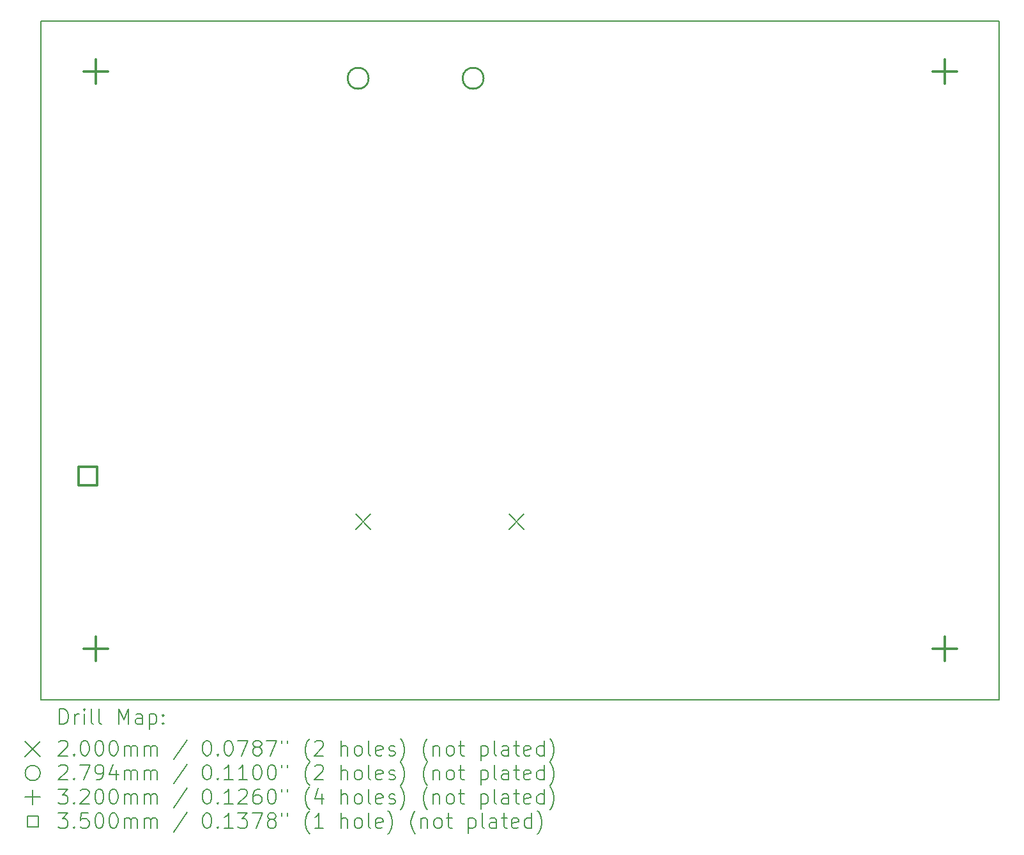
<source format=gbr>
%FSLAX45Y45*%
G04 Gerber Fmt 4.5, Leading zero omitted, Abs format (unit mm)*
G04 Created by KiCad (PCBNEW 6.0.2+dfsg-1) date 2024-03-10 18:31:01*
%MOMM*%
%LPD*%
G01*
G04 APERTURE LIST*
%TA.AperFunction,Profile*%
%ADD10C,0.200000*%
%TD*%
%ADD11C,0.200000*%
%ADD12C,0.279400*%
%ADD13C,0.320000*%
%ADD14C,0.350000*%
G04 APERTURE END LIST*
D10*
X3810000Y-2550160D02*
X16510000Y-2550160D01*
X16510000Y-2550160D02*
X16510000Y-11554460D01*
X16510000Y-11554460D02*
X3810000Y-11554460D01*
X3810000Y-11554460D02*
X3810000Y-2550160D01*
D11*
X7980000Y-9092000D02*
X8180000Y-9292000D01*
X8180000Y-9092000D02*
X7980000Y-9292000D01*
X10012000Y-9092000D02*
X10212000Y-9292000D01*
X10212000Y-9092000D02*
X10012000Y-9292000D01*
D12*
X8153400Y-3312160D02*
G75*
G03*
X8153400Y-3312160I-139700J0D01*
G01*
X9677400Y-3312160D02*
G75*
G03*
X9677400Y-3312160I-139700J0D01*
G01*
D13*
X4533900Y-3065800D02*
X4533900Y-3385800D01*
X4373900Y-3225800D02*
X4693900Y-3225800D01*
X4533900Y-10718820D02*
X4533900Y-11038820D01*
X4373900Y-10878820D02*
X4693900Y-10878820D01*
X15786100Y-3065800D02*
X15786100Y-3385800D01*
X15626100Y-3225800D02*
X15946100Y-3225800D01*
X15786100Y-10718820D02*
X15786100Y-11038820D01*
X15626100Y-10878820D02*
X15946100Y-10878820D01*
D14*
X4553505Y-8710265D02*
X4553505Y-8462775D01*
X4306015Y-8462775D01*
X4306015Y-8710265D01*
X4553505Y-8710265D01*
D11*
X4057619Y-11874936D02*
X4057619Y-11674936D01*
X4105238Y-11674936D01*
X4133809Y-11684460D01*
X4152857Y-11703508D01*
X4162381Y-11722555D01*
X4171905Y-11760650D01*
X4171905Y-11789222D01*
X4162381Y-11827317D01*
X4152857Y-11846365D01*
X4133809Y-11865412D01*
X4105238Y-11874936D01*
X4057619Y-11874936D01*
X4257619Y-11874936D02*
X4257619Y-11741603D01*
X4257619Y-11779698D02*
X4267143Y-11760650D01*
X4276667Y-11751127D01*
X4295714Y-11741603D01*
X4314762Y-11741603D01*
X4381429Y-11874936D02*
X4381429Y-11741603D01*
X4381429Y-11674936D02*
X4371905Y-11684460D01*
X4381429Y-11693984D01*
X4390952Y-11684460D01*
X4381429Y-11674936D01*
X4381429Y-11693984D01*
X4505238Y-11874936D02*
X4486190Y-11865412D01*
X4476667Y-11846365D01*
X4476667Y-11674936D01*
X4610000Y-11874936D02*
X4590952Y-11865412D01*
X4581429Y-11846365D01*
X4581429Y-11674936D01*
X4838571Y-11874936D02*
X4838571Y-11674936D01*
X4905238Y-11817793D01*
X4971905Y-11674936D01*
X4971905Y-11874936D01*
X5152857Y-11874936D02*
X5152857Y-11770174D01*
X5143333Y-11751127D01*
X5124286Y-11741603D01*
X5086190Y-11741603D01*
X5067143Y-11751127D01*
X5152857Y-11865412D02*
X5133810Y-11874936D01*
X5086190Y-11874936D01*
X5067143Y-11865412D01*
X5057619Y-11846365D01*
X5057619Y-11827317D01*
X5067143Y-11808269D01*
X5086190Y-11798746D01*
X5133810Y-11798746D01*
X5152857Y-11789222D01*
X5248095Y-11741603D02*
X5248095Y-11941603D01*
X5248095Y-11751127D02*
X5267143Y-11741603D01*
X5305238Y-11741603D01*
X5324286Y-11751127D01*
X5333810Y-11760650D01*
X5343333Y-11779698D01*
X5343333Y-11836841D01*
X5333810Y-11855888D01*
X5324286Y-11865412D01*
X5305238Y-11874936D01*
X5267143Y-11874936D01*
X5248095Y-11865412D01*
X5429048Y-11855888D02*
X5438571Y-11865412D01*
X5429048Y-11874936D01*
X5419524Y-11865412D01*
X5429048Y-11855888D01*
X5429048Y-11874936D01*
X5429048Y-11751127D02*
X5438571Y-11760650D01*
X5429048Y-11770174D01*
X5419524Y-11760650D01*
X5429048Y-11751127D01*
X5429048Y-11770174D01*
X3600000Y-12104460D02*
X3800000Y-12304460D01*
X3800000Y-12104460D02*
X3600000Y-12304460D01*
X4048095Y-12113984D02*
X4057619Y-12104460D01*
X4076667Y-12094936D01*
X4124286Y-12094936D01*
X4143333Y-12104460D01*
X4152857Y-12113984D01*
X4162381Y-12133031D01*
X4162381Y-12152079D01*
X4152857Y-12180650D01*
X4038571Y-12294936D01*
X4162381Y-12294936D01*
X4248095Y-12275888D02*
X4257619Y-12285412D01*
X4248095Y-12294936D01*
X4238571Y-12285412D01*
X4248095Y-12275888D01*
X4248095Y-12294936D01*
X4381429Y-12094936D02*
X4400476Y-12094936D01*
X4419524Y-12104460D01*
X4429048Y-12113984D01*
X4438571Y-12133031D01*
X4448095Y-12171127D01*
X4448095Y-12218746D01*
X4438571Y-12256841D01*
X4429048Y-12275888D01*
X4419524Y-12285412D01*
X4400476Y-12294936D01*
X4381429Y-12294936D01*
X4362381Y-12285412D01*
X4352857Y-12275888D01*
X4343333Y-12256841D01*
X4333810Y-12218746D01*
X4333810Y-12171127D01*
X4343333Y-12133031D01*
X4352857Y-12113984D01*
X4362381Y-12104460D01*
X4381429Y-12094936D01*
X4571905Y-12094936D02*
X4590952Y-12094936D01*
X4610000Y-12104460D01*
X4619524Y-12113984D01*
X4629048Y-12133031D01*
X4638571Y-12171127D01*
X4638571Y-12218746D01*
X4629048Y-12256841D01*
X4619524Y-12275888D01*
X4610000Y-12285412D01*
X4590952Y-12294936D01*
X4571905Y-12294936D01*
X4552857Y-12285412D01*
X4543333Y-12275888D01*
X4533810Y-12256841D01*
X4524286Y-12218746D01*
X4524286Y-12171127D01*
X4533810Y-12133031D01*
X4543333Y-12113984D01*
X4552857Y-12104460D01*
X4571905Y-12094936D01*
X4762381Y-12094936D02*
X4781429Y-12094936D01*
X4800476Y-12104460D01*
X4810000Y-12113984D01*
X4819524Y-12133031D01*
X4829048Y-12171127D01*
X4829048Y-12218746D01*
X4819524Y-12256841D01*
X4810000Y-12275888D01*
X4800476Y-12285412D01*
X4781429Y-12294936D01*
X4762381Y-12294936D01*
X4743333Y-12285412D01*
X4733810Y-12275888D01*
X4724286Y-12256841D01*
X4714762Y-12218746D01*
X4714762Y-12171127D01*
X4724286Y-12133031D01*
X4733810Y-12113984D01*
X4743333Y-12104460D01*
X4762381Y-12094936D01*
X4914762Y-12294936D02*
X4914762Y-12161603D01*
X4914762Y-12180650D02*
X4924286Y-12171127D01*
X4943333Y-12161603D01*
X4971905Y-12161603D01*
X4990952Y-12171127D01*
X5000476Y-12190174D01*
X5000476Y-12294936D01*
X5000476Y-12190174D02*
X5010000Y-12171127D01*
X5029048Y-12161603D01*
X5057619Y-12161603D01*
X5076667Y-12171127D01*
X5086190Y-12190174D01*
X5086190Y-12294936D01*
X5181429Y-12294936D02*
X5181429Y-12161603D01*
X5181429Y-12180650D02*
X5190952Y-12171127D01*
X5210000Y-12161603D01*
X5238571Y-12161603D01*
X5257619Y-12171127D01*
X5267143Y-12190174D01*
X5267143Y-12294936D01*
X5267143Y-12190174D02*
X5276667Y-12171127D01*
X5295714Y-12161603D01*
X5324286Y-12161603D01*
X5343333Y-12171127D01*
X5352857Y-12190174D01*
X5352857Y-12294936D01*
X5743333Y-12085412D02*
X5571905Y-12342555D01*
X6000476Y-12094936D02*
X6019524Y-12094936D01*
X6038571Y-12104460D01*
X6048095Y-12113984D01*
X6057619Y-12133031D01*
X6067143Y-12171127D01*
X6067143Y-12218746D01*
X6057619Y-12256841D01*
X6048095Y-12275888D01*
X6038571Y-12285412D01*
X6019524Y-12294936D01*
X6000476Y-12294936D01*
X5981428Y-12285412D01*
X5971905Y-12275888D01*
X5962381Y-12256841D01*
X5952857Y-12218746D01*
X5952857Y-12171127D01*
X5962381Y-12133031D01*
X5971905Y-12113984D01*
X5981428Y-12104460D01*
X6000476Y-12094936D01*
X6152857Y-12275888D02*
X6162381Y-12285412D01*
X6152857Y-12294936D01*
X6143333Y-12285412D01*
X6152857Y-12275888D01*
X6152857Y-12294936D01*
X6286190Y-12094936D02*
X6305238Y-12094936D01*
X6324286Y-12104460D01*
X6333809Y-12113984D01*
X6343333Y-12133031D01*
X6352857Y-12171127D01*
X6352857Y-12218746D01*
X6343333Y-12256841D01*
X6333809Y-12275888D01*
X6324286Y-12285412D01*
X6305238Y-12294936D01*
X6286190Y-12294936D01*
X6267143Y-12285412D01*
X6257619Y-12275888D01*
X6248095Y-12256841D01*
X6238571Y-12218746D01*
X6238571Y-12171127D01*
X6248095Y-12133031D01*
X6257619Y-12113984D01*
X6267143Y-12104460D01*
X6286190Y-12094936D01*
X6419524Y-12094936D02*
X6552857Y-12094936D01*
X6467143Y-12294936D01*
X6657619Y-12180650D02*
X6638571Y-12171127D01*
X6629048Y-12161603D01*
X6619524Y-12142555D01*
X6619524Y-12133031D01*
X6629048Y-12113984D01*
X6638571Y-12104460D01*
X6657619Y-12094936D01*
X6695714Y-12094936D01*
X6714762Y-12104460D01*
X6724286Y-12113984D01*
X6733809Y-12133031D01*
X6733809Y-12142555D01*
X6724286Y-12161603D01*
X6714762Y-12171127D01*
X6695714Y-12180650D01*
X6657619Y-12180650D01*
X6638571Y-12190174D01*
X6629048Y-12199698D01*
X6619524Y-12218746D01*
X6619524Y-12256841D01*
X6629048Y-12275888D01*
X6638571Y-12285412D01*
X6657619Y-12294936D01*
X6695714Y-12294936D01*
X6714762Y-12285412D01*
X6724286Y-12275888D01*
X6733809Y-12256841D01*
X6733809Y-12218746D01*
X6724286Y-12199698D01*
X6714762Y-12190174D01*
X6695714Y-12180650D01*
X6800476Y-12094936D02*
X6933809Y-12094936D01*
X6848095Y-12294936D01*
X7000476Y-12094936D02*
X7000476Y-12133031D01*
X7076667Y-12094936D02*
X7076667Y-12133031D01*
X7371905Y-12371127D02*
X7362381Y-12361603D01*
X7343333Y-12333031D01*
X7333809Y-12313984D01*
X7324286Y-12285412D01*
X7314762Y-12237793D01*
X7314762Y-12199698D01*
X7324286Y-12152079D01*
X7333809Y-12123508D01*
X7343333Y-12104460D01*
X7362381Y-12075888D01*
X7371905Y-12066365D01*
X7438571Y-12113984D02*
X7448095Y-12104460D01*
X7467143Y-12094936D01*
X7514762Y-12094936D01*
X7533809Y-12104460D01*
X7543333Y-12113984D01*
X7552857Y-12133031D01*
X7552857Y-12152079D01*
X7543333Y-12180650D01*
X7429048Y-12294936D01*
X7552857Y-12294936D01*
X7790952Y-12294936D02*
X7790952Y-12094936D01*
X7876667Y-12294936D02*
X7876667Y-12190174D01*
X7867143Y-12171127D01*
X7848095Y-12161603D01*
X7819524Y-12161603D01*
X7800476Y-12171127D01*
X7790952Y-12180650D01*
X8000476Y-12294936D02*
X7981428Y-12285412D01*
X7971905Y-12275888D01*
X7962381Y-12256841D01*
X7962381Y-12199698D01*
X7971905Y-12180650D01*
X7981428Y-12171127D01*
X8000476Y-12161603D01*
X8029048Y-12161603D01*
X8048095Y-12171127D01*
X8057619Y-12180650D01*
X8067143Y-12199698D01*
X8067143Y-12256841D01*
X8057619Y-12275888D01*
X8048095Y-12285412D01*
X8029048Y-12294936D01*
X8000476Y-12294936D01*
X8181428Y-12294936D02*
X8162381Y-12285412D01*
X8152857Y-12266365D01*
X8152857Y-12094936D01*
X8333809Y-12285412D02*
X8314762Y-12294936D01*
X8276667Y-12294936D01*
X8257619Y-12285412D01*
X8248095Y-12266365D01*
X8248095Y-12190174D01*
X8257619Y-12171127D01*
X8276667Y-12161603D01*
X8314762Y-12161603D01*
X8333809Y-12171127D01*
X8343333Y-12190174D01*
X8343333Y-12209222D01*
X8248095Y-12228269D01*
X8419524Y-12285412D02*
X8438571Y-12294936D01*
X8476667Y-12294936D01*
X8495714Y-12285412D01*
X8505238Y-12266365D01*
X8505238Y-12256841D01*
X8495714Y-12237793D01*
X8476667Y-12228269D01*
X8448095Y-12228269D01*
X8429048Y-12218746D01*
X8419524Y-12199698D01*
X8419524Y-12190174D01*
X8429048Y-12171127D01*
X8448095Y-12161603D01*
X8476667Y-12161603D01*
X8495714Y-12171127D01*
X8571905Y-12371127D02*
X8581429Y-12361603D01*
X8600476Y-12333031D01*
X8610000Y-12313984D01*
X8619524Y-12285412D01*
X8629048Y-12237793D01*
X8629048Y-12199698D01*
X8619524Y-12152079D01*
X8610000Y-12123508D01*
X8600476Y-12104460D01*
X8581429Y-12075888D01*
X8571905Y-12066365D01*
X8933810Y-12371127D02*
X8924286Y-12361603D01*
X8905238Y-12333031D01*
X8895714Y-12313984D01*
X8886190Y-12285412D01*
X8876667Y-12237793D01*
X8876667Y-12199698D01*
X8886190Y-12152079D01*
X8895714Y-12123508D01*
X8905238Y-12104460D01*
X8924286Y-12075888D01*
X8933810Y-12066365D01*
X9010000Y-12161603D02*
X9010000Y-12294936D01*
X9010000Y-12180650D02*
X9019524Y-12171127D01*
X9038571Y-12161603D01*
X9067143Y-12161603D01*
X9086190Y-12171127D01*
X9095714Y-12190174D01*
X9095714Y-12294936D01*
X9219524Y-12294936D02*
X9200476Y-12285412D01*
X9190952Y-12275888D01*
X9181429Y-12256841D01*
X9181429Y-12199698D01*
X9190952Y-12180650D01*
X9200476Y-12171127D01*
X9219524Y-12161603D01*
X9248095Y-12161603D01*
X9267143Y-12171127D01*
X9276667Y-12180650D01*
X9286190Y-12199698D01*
X9286190Y-12256841D01*
X9276667Y-12275888D01*
X9267143Y-12285412D01*
X9248095Y-12294936D01*
X9219524Y-12294936D01*
X9343333Y-12161603D02*
X9419524Y-12161603D01*
X9371905Y-12094936D02*
X9371905Y-12266365D01*
X9381429Y-12285412D01*
X9400476Y-12294936D01*
X9419524Y-12294936D01*
X9638571Y-12161603D02*
X9638571Y-12361603D01*
X9638571Y-12171127D02*
X9657619Y-12161603D01*
X9695714Y-12161603D01*
X9714762Y-12171127D01*
X9724286Y-12180650D01*
X9733810Y-12199698D01*
X9733810Y-12256841D01*
X9724286Y-12275888D01*
X9714762Y-12285412D01*
X9695714Y-12294936D01*
X9657619Y-12294936D01*
X9638571Y-12285412D01*
X9848095Y-12294936D02*
X9829048Y-12285412D01*
X9819524Y-12266365D01*
X9819524Y-12094936D01*
X10010000Y-12294936D02*
X10010000Y-12190174D01*
X10000476Y-12171127D01*
X9981429Y-12161603D01*
X9943333Y-12161603D01*
X9924286Y-12171127D01*
X10010000Y-12285412D02*
X9990952Y-12294936D01*
X9943333Y-12294936D01*
X9924286Y-12285412D01*
X9914762Y-12266365D01*
X9914762Y-12247317D01*
X9924286Y-12228269D01*
X9943333Y-12218746D01*
X9990952Y-12218746D01*
X10010000Y-12209222D01*
X10076667Y-12161603D02*
X10152857Y-12161603D01*
X10105238Y-12094936D02*
X10105238Y-12266365D01*
X10114762Y-12285412D01*
X10133810Y-12294936D01*
X10152857Y-12294936D01*
X10295714Y-12285412D02*
X10276667Y-12294936D01*
X10238571Y-12294936D01*
X10219524Y-12285412D01*
X10210000Y-12266365D01*
X10210000Y-12190174D01*
X10219524Y-12171127D01*
X10238571Y-12161603D01*
X10276667Y-12161603D01*
X10295714Y-12171127D01*
X10305238Y-12190174D01*
X10305238Y-12209222D01*
X10210000Y-12228269D01*
X10476667Y-12294936D02*
X10476667Y-12094936D01*
X10476667Y-12285412D02*
X10457619Y-12294936D01*
X10419524Y-12294936D01*
X10400476Y-12285412D01*
X10390952Y-12275888D01*
X10381429Y-12256841D01*
X10381429Y-12199698D01*
X10390952Y-12180650D01*
X10400476Y-12171127D01*
X10419524Y-12161603D01*
X10457619Y-12161603D01*
X10476667Y-12171127D01*
X10552857Y-12371127D02*
X10562381Y-12361603D01*
X10581429Y-12333031D01*
X10590952Y-12313984D01*
X10600476Y-12285412D01*
X10610000Y-12237793D01*
X10610000Y-12199698D01*
X10600476Y-12152079D01*
X10590952Y-12123508D01*
X10581429Y-12104460D01*
X10562381Y-12075888D01*
X10552857Y-12066365D01*
X3800000Y-12524460D02*
G75*
G03*
X3800000Y-12524460I-100000J0D01*
G01*
X4048095Y-12433984D02*
X4057619Y-12424460D01*
X4076667Y-12414936D01*
X4124286Y-12414936D01*
X4143333Y-12424460D01*
X4152857Y-12433984D01*
X4162381Y-12453031D01*
X4162381Y-12472079D01*
X4152857Y-12500650D01*
X4038571Y-12614936D01*
X4162381Y-12614936D01*
X4248095Y-12595888D02*
X4257619Y-12605412D01*
X4248095Y-12614936D01*
X4238571Y-12605412D01*
X4248095Y-12595888D01*
X4248095Y-12614936D01*
X4324286Y-12414936D02*
X4457619Y-12414936D01*
X4371905Y-12614936D01*
X4543333Y-12614936D02*
X4581429Y-12614936D01*
X4600476Y-12605412D01*
X4610000Y-12595888D01*
X4629048Y-12567317D01*
X4638571Y-12529222D01*
X4638571Y-12453031D01*
X4629048Y-12433984D01*
X4619524Y-12424460D01*
X4600476Y-12414936D01*
X4562381Y-12414936D01*
X4543333Y-12424460D01*
X4533810Y-12433984D01*
X4524286Y-12453031D01*
X4524286Y-12500650D01*
X4533810Y-12519698D01*
X4543333Y-12529222D01*
X4562381Y-12538746D01*
X4600476Y-12538746D01*
X4619524Y-12529222D01*
X4629048Y-12519698D01*
X4638571Y-12500650D01*
X4810000Y-12481603D02*
X4810000Y-12614936D01*
X4762381Y-12405412D02*
X4714762Y-12548269D01*
X4838571Y-12548269D01*
X4914762Y-12614936D02*
X4914762Y-12481603D01*
X4914762Y-12500650D02*
X4924286Y-12491127D01*
X4943333Y-12481603D01*
X4971905Y-12481603D01*
X4990952Y-12491127D01*
X5000476Y-12510174D01*
X5000476Y-12614936D01*
X5000476Y-12510174D02*
X5010000Y-12491127D01*
X5029048Y-12481603D01*
X5057619Y-12481603D01*
X5076667Y-12491127D01*
X5086190Y-12510174D01*
X5086190Y-12614936D01*
X5181429Y-12614936D02*
X5181429Y-12481603D01*
X5181429Y-12500650D02*
X5190952Y-12491127D01*
X5210000Y-12481603D01*
X5238571Y-12481603D01*
X5257619Y-12491127D01*
X5267143Y-12510174D01*
X5267143Y-12614936D01*
X5267143Y-12510174D02*
X5276667Y-12491127D01*
X5295714Y-12481603D01*
X5324286Y-12481603D01*
X5343333Y-12491127D01*
X5352857Y-12510174D01*
X5352857Y-12614936D01*
X5743333Y-12405412D02*
X5571905Y-12662555D01*
X6000476Y-12414936D02*
X6019524Y-12414936D01*
X6038571Y-12424460D01*
X6048095Y-12433984D01*
X6057619Y-12453031D01*
X6067143Y-12491127D01*
X6067143Y-12538746D01*
X6057619Y-12576841D01*
X6048095Y-12595888D01*
X6038571Y-12605412D01*
X6019524Y-12614936D01*
X6000476Y-12614936D01*
X5981428Y-12605412D01*
X5971905Y-12595888D01*
X5962381Y-12576841D01*
X5952857Y-12538746D01*
X5952857Y-12491127D01*
X5962381Y-12453031D01*
X5971905Y-12433984D01*
X5981428Y-12424460D01*
X6000476Y-12414936D01*
X6152857Y-12595888D02*
X6162381Y-12605412D01*
X6152857Y-12614936D01*
X6143333Y-12605412D01*
X6152857Y-12595888D01*
X6152857Y-12614936D01*
X6352857Y-12614936D02*
X6238571Y-12614936D01*
X6295714Y-12614936D02*
X6295714Y-12414936D01*
X6276667Y-12443508D01*
X6257619Y-12462555D01*
X6238571Y-12472079D01*
X6543333Y-12614936D02*
X6429048Y-12614936D01*
X6486190Y-12614936D02*
X6486190Y-12414936D01*
X6467143Y-12443508D01*
X6448095Y-12462555D01*
X6429048Y-12472079D01*
X6667143Y-12414936D02*
X6686190Y-12414936D01*
X6705238Y-12424460D01*
X6714762Y-12433984D01*
X6724286Y-12453031D01*
X6733809Y-12491127D01*
X6733809Y-12538746D01*
X6724286Y-12576841D01*
X6714762Y-12595888D01*
X6705238Y-12605412D01*
X6686190Y-12614936D01*
X6667143Y-12614936D01*
X6648095Y-12605412D01*
X6638571Y-12595888D01*
X6629048Y-12576841D01*
X6619524Y-12538746D01*
X6619524Y-12491127D01*
X6629048Y-12453031D01*
X6638571Y-12433984D01*
X6648095Y-12424460D01*
X6667143Y-12414936D01*
X6857619Y-12414936D02*
X6876667Y-12414936D01*
X6895714Y-12424460D01*
X6905238Y-12433984D01*
X6914762Y-12453031D01*
X6924286Y-12491127D01*
X6924286Y-12538746D01*
X6914762Y-12576841D01*
X6905238Y-12595888D01*
X6895714Y-12605412D01*
X6876667Y-12614936D01*
X6857619Y-12614936D01*
X6838571Y-12605412D01*
X6829048Y-12595888D01*
X6819524Y-12576841D01*
X6810000Y-12538746D01*
X6810000Y-12491127D01*
X6819524Y-12453031D01*
X6829048Y-12433984D01*
X6838571Y-12424460D01*
X6857619Y-12414936D01*
X7000476Y-12414936D02*
X7000476Y-12453031D01*
X7076667Y-12414936D02*
X7076667Y-12453031D01*
X7371905Y-12691127D02*
X7362381Y-12681603D01*
X7343333Y-12653031D01*
X7333809Y-12633984D01*
X7324286Y-12605412D01*
X7314762Y-12557793D01*
X7314762Y-12519698D01*
X7324286Y-12472079D01*
X7333809Y-12443508D01*
X7343333Y-12424460D01*
X7362381Y-12395888D01*
X7371905Y-12386365D01*
X7438571Y-12433984D02*
X7448095Y-12424460D01*
X7467143Y-12414936D01*
X7514762Y-12414936D01*
X7533809Y-12424460D01*
X7543333Y-12433984D01*
X7552857Y-12453031D01*
X7552857Y-12472079D01*
X7543333Y-12500650D01*
X7429048Y-12614936D01*
X7552857Y-12614936D01*
X7790952Y-12614936D02*
X7790952Y-12414936D01*
X7876667Y-12614936D02*
X7876667Y-12510174D01*
X7867143Y-12491127D01*
X7848095Y-12481603D01*
X7819524Y-12481603D01*
X7800476Y-12491127D01*
X7790952Y-12500650D01*
X8000476Y-12614936D02*
X7981428Y-12605412D01*
X7971905Y-12595888D01*
X7962381Y-12576841D01*
X7962381Y-12519698D01*
X7971905Y-12500650D01*
X7981428Y-12491127D01*
X8000476Y-12481603D01*
X8029048Y-12481603D01*
X8048095Y-12491127D01*
X8057619Y-12500650D01*
X8067143Y-12519698D01*
X8067143Y-12576841D01*
X8057619Y-12595888D01*
X8048095Y-12605412D01*
X8029048Y-12614936D01*
X8000476Y-12614936D01*
X8181428Y-12614936D02*
X8162381Y-12605412D01*
X8152857Y-12586365D01*
X8152857Y-12414936D01*
X8333809Y-12605412D02*
X8314762Y-12614936D01*
X8276667Y-12614936D01*
X8257619Y-12605412D01*
X8248095Y-12586365D01*
X8248095Y-12510174D01*
X8257619Y-12491127D01*
X8276667Y-12481603D01*
X8314762Y-12481603D01*
X8333809Y-12491127D01*
X8343333Y-12510174D01*
X8343333Y-12529222D01*
X8248095Y-12548269D01*
X8419524Y-12605412D02*
X8438571Y-12614936D01*
X8476667Y-12614936D01*
X8495714Y-12605412D01*
X8505238Y-12586365D01*
X8505238Y-12576841D01*
X8495714Y-12557793D01*
X8476667Y-12548269D01*
X8448095Y-12548269D01*
X8429048Y-12538746D01*
X8419524Y-12519698D01*
X8419524Y-12510174D01*
X8429048Y-12491127D01*
X8448095Y-12481603D01*
X8476667Y-12481603D01*
X8495714Y-12491127D01*
X8571905Y-12691127D02*
X8581429Y-12681603D01*
X8600476Y-12653031D01*
X8610000Y-12633984D01*
X8619524Y-12605412D01*
X8629048Y-12557793D01*
X8629048Y-12519698D01*
X8619524Y-12472079D01*
X8610000Y-12443508D01*
X8600476Y-12424460D01*
X8581429Y-12395888D01*
X8571905Y-12386365D01*
X8933810Y-12691127D02*
X8924286Y-12681603D01*
X8905238Y-12653031D01*
X8895714Y-12633984D01*
X8886190Y-12605412D01*
X8876667Y-12557793D01*
X8876667Y-12519698D01*
X8886190Y-12472079D01*
X8895714Y-12443508D01*
X8905238Y-12424460D01*
X8924286Y-12395888D01*
X8933810Y-12386365D01*
X9010000Y-12481603D02*
X9010000Y-12614936D01*
X9010000Y-12500650D02*
X9019524Y-12491127D01*
X9038571Y-12481603D01*
X9067143Y-12481603D01*
X9086190Y-12491127D01*
X9095714Y-12510174D01*
X9095714Y-12614936D01*
X9219524Y-12614936D02*
X9200476Y-12605412D01*
X9190952Y-12595888D01*
X9181429Y-12576841D01*
X9181429Y-12519698D01*
X9190952Y-12500650D01*
X9200476Y-12491127D01*
X9219524Y-12481603D01*
X9248095Y-12481603D01*
X9267143Y-12491127D01*
X9276667Y-12500650D01*
X9286190Y-12519698D01*
X9286190Y-12576841D01*
X9276667Y-12595888D01*
X9267143Y-12605412D01*
X9248095Y-12614936D01*
X9219524Y-12614936D01*
X9343333Y-12481603D02*
X9419524Y-12481603D01*
X9371905Y-12414936D02*
X9371905Y-12586365D01*
X9381429Y-12605412D01*
X9400476Y-12614936D01*
X9419524Y-12614936D01*
X9638571Y-12481603D02*
X9638571Y-12681603D01*
X9638571Y-12491127D02*
X9657619Y-12481603D01*
X9695714Y-12481603D01*
X9714762Y-12491127D01*
X9724286Y-12500650D01*
X9733810Y-12519698D01*
X9733810Y-12576841D01*
X9724286Y-12595888D01*
X9714762Y-12605412D01*
X9695714Y-12614936D01*
X9657619Y-12614936D01*
X9638571Y-12605412D01*
X9848095Y-12614936D02*
X9829048Y-12605412D01*
X9819524Y-12586365D01*
X9819524Y-12414936D01*
X10010000Y-12614936D02*
X10010000Y-12510174D01*
X10000476Y-12491127D01*
X9981429Y-12481603D01*
X9943333Y-12481603D01*
X9924286Y-12491127D01*
X10010000Y-12605412D02*
X9990952Y-12614936D01*
X9943333Y-12614936D01*
X9924286Y-12605412D01*
X9914762Y-12586365D01*
X9914762Y-12567317D01*
X9924286Y-12548269D01*
X9943333Y-12538746D01*
X9990952Y-12538746D01*
X10010000Y-12529222D01*
X10076667Y-12481603D02*
X10152857Y-12481603D01*
X10105238Y-12414936D02*
X10105238Y-12586365D01*
X10114762Y-12605412D01*
X10133810Y-12614936D01*
X10152857Y-12614936D01*
X10295714Y-12605412D02*
X10276667Y-12614936D01*
X10238571Y-12614936D01*
X10219524Y-12605412D01*
X10210000Y-12586365D01*
X10210000Y-12510174D01*
X10219524Y-12491127D01*
X10238571Y-12481603D01*
X10276667Y-12481603D01*
X10295714Y-12491127D01*
X10305238Y-12510174D01*
X10305238Y-12529222D01*
X10210000Y-12548269D01*
X10476667Y-12614936D02*
X10476667Y-12414936D01*
X10476667Y-12605412D02*
X10457619Y-12614936D01*
X10419524Y-12614936D01*
X10400476Y-12605412D01*
X10390952Y-12595888D01*
X10381429Y-12576841D01*
X10381429Y-12519698D01*
X10390952Y-12500650D01*
X10400476Y-12491127D01*
X10419524Y-12481603D01*
X10457619Y-12481603D01*
X10476667Y-12491127D01*
X10552857Y-12691127D02*
X10562381Y-12681603D01*
X10581429Y-12653031D01*
X10590952Y-12633984D01*
X10600476Y-12605412D01*
X10610000Y-12557793D01*
X10610000Y-12519698D01*
X10600476Y-12472079D01*
X10590952Y-12443508D01*
X10581429Y-12424460D01*
X10562381Y-12395888D01*
X10552857Y-12386365D01*
X3700000Y-12744460D02*
X3700000Y-12944460D01*
X3600000Y-12844460D02*
X3800000Y-12844460D01*
X4038571Y-12734936D02*
X4162381Y-12734936D01*
X4095714Y-12811127D01*
X4124286Y-12811127D01*
X4143333Y-12820650D01*
X4152857Y-12830174D01*
X4162381Y-12849222D01*
X4162381Y-12896841D01*
X4152857Y-12915888D01*
X4143333Y-12925412D01*
X4124286Y-12934936D01*
X4067143Y-12934936D01*
X4048095Y-12925412D01*
X4038571Y-12915888D01*
X4248095Y-12915888D02*
X4257619Y-12925412D01*
X4248095Y-12934936D01*
X4238571Y-12925412D01*
X4248095Y-12915888D01*
X4248095Y-12934936D01*
X4333810Y-12753984D02*
X4343333Y-12744460D01*
X4362381Y-12734936D01*
X4410000Y-12734936D01*
X4429048Y-12744460D01*
X4438571Y-12753984D01*
X4448095Y-12773031D01*
X4448095Y-12792079D01*
X4438571Y-12820650D01*
X4324286Y-12934936D01*
X4448095Y-12934936D01*
X4571905Y-12734936D02*
X4590952Y-12734936D01*
X4610000Y-12744460D01*
X4619524Y-12753984D01*
X4629048Y-12773031D01*
X4638571Y-12811127D01*
X4638571Y-12858746D01*
X4629048Y-12896841D01*
X4619524Y-12915888D01*
X4610000Y-12925412D01*
X4590952Y-12934936D01*
X4571905Y-12934936D01*
X4552857Y-12925412D01*
X4543333Y-12915888D01*
X4533810Y-12896841D01*
X4524286Y-12858746D01*
X4524286Y-12811127D01*
X4533810Y-12773031D01*
X4543333Y-12753984D01*
X4552857Y-12744460D01*
X4571905Y-12734936D01*
X4762381Y-12734936D02*
X4781429Y-12734936D01*
X4800476Y-12744460D01*
X4810000Y-12753984D01*
X4819524Y-12773031D01*
X4829048Y-12811127D01*
X4829048Y-12858746D01*
X4819524Y-12896841D01*
X4810000Y-12915888D01*
X4800476Y-12925412D01*
X4781429Y-12934936D01*
X4762381Y-12934936D01*
X4743333Y-12925412D01*
X4733810Y-12915888D01*
X4724286Y-12896841D01*
X4714762Y-12858746D01*
X4714762Y-12811127D01*
X4724286Y-12773031D01*
X4733810Y-12753984D01*
X4743333Y-12744460D01*
X4762381Y-12734936D01*
X4914762Y-12934936D02*
X4914762Y-12801603D01*
X4914762Y-12820650D02*
X4924286Y-12811127D01*
X4943333Y-12801603D01*
X4971905Y-12801603D01*
X4990952Y-12811127D01*
X5000476Y-12830174D01*
X5000476Y-12934936D01*
X5000476Y-12830174D02*
X5010000Y-12811127D01*
X5029048Y-12801603D01*
X5057619Y-12801603D01*
X5076667Y-12811127D01*
X5086190Y-12830174D01*
X5086190Y-12934936D01*
X5181429Y-12934936D02*
X5181429Y-12801603D01*
X5181429Y-12820650D02*
X5190952Y-12811127D01*
X5210000Y-12801603D01*
X5238571Y-12801603D01*
X5257619Y-12811127D01*
X5267143Y-12830174D01*
X5267143Y-12934936D01*
X5267143Y-12830174D02*
X5276667Y-12811127D01*
X5295714Y-12801603D01*
X5324286Y-12801603D01*
X5343333Y-12811127D01*
X5352857Y-12830174D01*
X5352857Y-12934936D01*
X5743333Y-12725412D02*
X5571905Y-12982555D01*
X6000476Y-12734936D02*
X6019524Y-12734936D01*
X6038571Y-12744460D01*
X6048095Y-12753984D01*
X6057619Y-12773031D01*
X6067143Y-12811127D01*
X6067143Y-12858746D01*
X6057619Y-12896841D01*
X6048095Y-12915888D01*
X6038571Y-12925412D01*
X6019524Y-12934936D01*
X6000476Y-12934936D01*
X5981428Y-12925412D01*
X5971905Y-12915888D01*
X5962381Y-12896841D01*
X5952857Y-12858746D01*
X5952857Y-12811127D01*
X5962381Y-12773031D01*
X5971905Y-12753984D01*
X5981428Y-12744460D01*
X6000476Y-12734936D01*
X6152857Y-12915888D02*
X6162381Y-12925412D01*
X6152857Y-12934936D01*
X6143333Y-12925412D01*
X6152857Y-12915888D01*
X6152857Y-12934936D01*
X6352857Y-12934936D02*
X6238571Y-12934936D01*
X6295714Y-12934936D02*
X6295714Y-12734936D01*
X6276667Y-12763508D01*
X6257619Y-12782555D01*
X6238571Y-12792079D01*
X6429048Y-12753984D02*
X6438571Y-12744460D01*
X6457619Y-12734936D01*
X6505238Y-12734936D01*
X6524286Y-12744460D01*
X6533809Y-12753984D01*
X6543333Y-12773031D01*
X6543333Y-12792079D01*
X6533809Y-12820650D01*
X6419524Y-12934936D01*
X6543333Y-12934936D01*
X6714762Y-12734936D02*
X6676667Y-12734936D01*
X6657619Y-12744460D01*
X6648095Y-12753984D01*
X6629048Y-12782555D01*
X6619524Y-12820650D01*
X6619524Y-12896841D01*
X6629048Y-12915888D01*
X6638571Y-12925412D01*
X6657619Y-12934936D01*
X6695714Y-12934936D01*
X6714762Y-12925412D01*
X6724286Y-12915888D01*
X6733809Y-12896841D01*
X6733809Y-12849222D01*
X6724286Y-12830174D01*
X6714762Y-12820650D01*
X6695714Y-12811127D01*
X6657619Y-12811127D01*
X6638571Y-12820650D01*
X6629048Y-12830174D01*
X6619524Y-12849222D01*
X6857619Y-12734936D02*
X6876667Y-12734936D01*
X6895714Y-12744460D01*
X6905238Y-12753984D01*
X6914762Y-12773031D01*
X6924286Y-12811127D01*
X6924286Y-12858746D01*
X6914762Y-12896841D01*
X6905238Y-12915888D01*
X6895714Y-12925412D01*
X6876667Y-12934936D01*
X6857619Y-12934936D01*
X6838571Y-12925412D01*
X6829048Y-12915888D01*
X6819524Y-12896841D01*
X6810000Y-12858746D01*
X6810000Y-12811127D01*
X6819524Y-12773031D01*
X6829048Y-12753984D01*
X6838571Y-12744460D01*
X6857619Y-12734936D01*
X7000476Y-12734936D02*
X7000476Y-12773031D01*
X7076667Y-12734936D02*
X7076667Y-12773031D01*
X7371905Y-13011127D02*
X7362381Y-13001603D01*
X7343333Y-12973031D01*
X7333809Y-12953984D01*
X7324286Y-12925412D01*
X7314762Y-12877793D01*
X7314762Y-12839698D01*
X7324286Y-12792079D01*
X7333809Y-12763508D01*
X7343333Y-12744460D01*
X7362381Y-12715888D01*
X7371905Y-12706365D01*
X7533809Y-12801603D02*
X7533809Y-12934936D01*
X7486190Y-12725412D02*
X7438571Y-12868269D01*
X7562381Y-12868269D01*
X7790952Y-12934936D02*
X7790952Y-12734936D01*
X7876667Y-12934936D02*
X7876667Y-12830174D01*
X7867143Y-12811127D01*
X7848095Y-12801603D01*
X7819524Y-12801603D01*
X7800476Y-12811127D01*
X7790952Y-12820650D01*
X8000476Y-12934936D02*
X7981428Y-12925412D01*
X7971905Y-12915888D01*
X7962381Y-12896841D01*
X7962381Y-12839698D01*
X7971905Y-12820650D01*
X7981428Y-12811127D01*
X8000476Y-12801603D01*
X8029048Y-12801603D01*
X8048095Y-12811127D01*
X8057619Y-12820650D01*
X8067143Y-12839698D01*
X8067143Y-12896841D01*
X8057619Y-12915888D01*
X8048095Y-12925412D01*
X8029048Y-12934936D01*
X8000476Y-12934936D01*
X8181428Y-12934936D02*
X8162381Y-12925412D01*
X8152857Y-12906365D01*
X8152857Y-12734936D01*
X8333809Y-12925412D02*
X8314762Y-12934936D01*
X8276667Y-12934936D01*
X8257619Y-12925412D01*
X8248095Y-12906365D01*
X8248095Y-12830174D01*
X8257619Y-12811127D01*
X8276667Y-12801603D01*
X8314762Y-12801603D01*
X8333809Y-12811127D01*
X8343333Y-12830174D01*
X8343333Y-12849222D01*
X8248095Y-12868269D01*
X8419524Y-12925412D02*
X8438571Y-12934936D01*
X8476667Y-12934936D01*
X8495714Y-12925412D01*
X8505238Y-12906365D01*
X8505238Y-12896841D01*
X8495714Y-12877793D01*
X8476667Y-12868269D01*
X8448095Y-12868269D01*
X8429048Y-12858746D01*
X8419524Y-12839698D01*
X8419524Y-12830174D01*
X8429048Y-12811127D01*
X8448095Y-12801603D01*
X8476667Y-12801603D01*
X8495714Y-12811127D01*
X8571905Y-13011127D02*
X8581429Y-13001603D01*
X8600476Y-12973031D01*
X8610000Y-12953984D01*
X8619524Y-12925412D01*
X8629048Y-12877793D01*
X8629048Y-12839698D01*
X8619524Y-12792079D01*
X8610000Y-12763508D01*
X8600476Y-12744460D01*
X8581429Y-12715888D01*
X8571905Y-12706365D01*
X8933810Y-13011127D02*
X8924286Y-13001603D01*
X8905238Y-12973031D01*
X8895714Y-12953984D01*
X8886190Y-12925412D01*
X8876667Y-12877793D01*
X8876667Y-12839698D01*
X8886190Y-12792079D01*
X8895714Y-12763508D01*
X8905238Y-12744460D01*
X8924286Y-12715888D01*
X8933810Y-12706365D01*
X9010000Y-12801603D02*
X9010000Y-12934936D01*
X9010000Y-12820650D02*
X9019524Y-12811127D01*
X9038571Y-12801603D01*
X9067143Y-12801603D01*
X9086190Y-12811127D01*
X9095714Y-12830174D01*
X9095714Y-12934936D01*
X9219524Y-12934936D02*
X9200476Y-12925412D01*
X9190952Y-12915888D01*
X9181429Y-12896841D01*
X9181429Y-12839698D01*
X9190952Y-12820650D01*
X9200476Y-12811127D01*
X9219524Y-12801603D01*
X9248095Y-12801603D01*
X9267143Y-12811127D01*
X9276667Y-12820650D01*
X9286190Y-12839698D01*
X9286190Y-12896841D01*
X9276667Y-12915888D01*
X9267143Y-12925412D01*
X9248095Y-12934936D01*
X9219524Y-12934936D01*
X9343333Y-12801603D02*
X9419524Y-12801603D01*
X9371905Y-12734936D02*
X9371905Y-12906365D01*
X9381429Y-12925412D01*
X9400476Y-12934936D01*
X9419524Y-12934936D01*
X9638571Y-12801603D02*
X9638571Y-13001603D01*
X9638571Y-12811127D02*
X9657619Y-12801603D01*
X9695714Y-12801603D01*
X9714762Y-12811127D01*
X9724286Y-12820650D01*
X9733810Y-12839698D01*
X9733810Y-12896841D01*
X9724286Y-12915888D01*
X9714762Y-12925412D01*
X9695714Y-12934936D01*
X9657619Y-12934936D01*
X9638571Y-12925412D01*
X9848095Y-12934936D02*
X9829048Y-12925412D01*
X9819524Y-12906365D01*
X9819524Y-12734936D01*
X10010000Y-12934936D02*
X10010000Y-12830174D01*
X10000476Y-12811127D01*
X9981429Y-12801603D01*
X9943333Y-12801603D01*
X9924286Y-12811127D01*
X10010000Y-12925412D02*
X9990952Y-12934936D01*
X9943333Y-12934936D01*
X9924286Y-12925412D01*
X9914762Y-12906365D01*
X9914762Y-12887317D01*
X9924286Y-12868269D01*
X9943333Y-12858746D01*
X9990952Y-12858746D01*
X10010000Y-12849222D01*
X10076667Y-12801603D02*
X10152857Y-12801603D01*
X10105238Y-12734936D02*
X10105238Y-12906365D01*
X10114762Y-12925412D01*
X10133810Y-12934936D01*
X10152857Y-12934936D01*
X10295714Y-12925412D02*
X10276667Y-12934936D01*
X10238571Y-12934936D01*
X10219524Y-12925412D01*
X10210000Y-12906365D01*
X10210000Y-12830174D01*
X10219524Y-12811127D01*
X10238571Y-12801603D01*
X10276667Y-12801603D01*
X10295714Y-12811127D01*
X10305238Y-12830174D01*
X10305238Y-12849222D01*
X10210000Y-12868269D01*
X10476667Y-12934936D02*
X10476667Y-12734936D01*
X10476667Y-12925412D02*
X10457619Y-12934936D01*
X10419524Y-12934936D01*
X10400476Y-12925412D01*
X10390952Y-12915888D01*
X10381429Y-12896841D01*
X10381429Y-12839698D01*
X10390952Y-12820650D01*
X10400476Y-12811127D01*
X10419524Y-12801603D01*
X10457619Y-12801603D01*
X10476667Y-12811127D01*
X10552857Y-13011127D02*
X10562381Y-13001603D01*
X10581429Y-12973031D01*
X10590952Y-12953984D01*
X10600476Y-12925412D01*
X10610000Y-12877793D01*
X10610000Y-12839698D01*
X10600476Y-12792079D01*
X10590952Y-12763508D01*
X10581429Y-12744460D01*
X10562381Y-12715888D01*
X10552857Y-12706365D01*
X3770711Y-13235171D02*
X3770711Y-13093749D01*
X3629289Y-13093749D01*
X3629289Y-13235171D01*
X3770711Y-13235171D01*
X4038571Y-13054936D02*
X4162381Y-13054936D01*
X4095714Y-13131127D01*
X4124286Y-13131127D01*
X4143333Y-13140650D01*
X4152857Y-13150174D01*
X4162381Y-13169222D01*
X4162381Y-13216841D01*
X4152857Y-13235888D01*
X4143333Y-13245412D01*
X4124286Y-13254936D01*
X4067143Y-13254936D01*
X4048095Y-13245412D01*
X4038571Y-13235888D01*
X4248095Y-13235888D02*
X4257619Y-13245412D01*
X4248095Y-13254936D01*
X4238571Y-13245412D01*
X4248095Y-13235888D01*
X4248095Y-13254936D01*
X4438571Y-13054936D02*
X4343333Y-13054936D01*
X4333810Y-13150174D01*
X4343333Y-13140650D01*
X4362381Y-13131127D01*
X4410000Y-13131127D01*
X4429048Y-13140650D01*
X4438571Y-13150174D01*
X4448095Y-13169222D01*
X4448095Y-13216841D01*
X4438571Y-13235888D01*
X4429048Y-13245412D01*
X4410000Y-13254936D01*
X4362381Y-13254936D01*
X4343333Y-13245412D01*
X4333810Y-13235888D01*
X4571905Y-13054936D02*
X4590952Y-13054936D01*
X4610000Y-13064460D01*
X4619524Y-13073984D01*
X4629048Y-13093031D01*
X4638571Y-13131127D01*
X4638571Y-13178746D01*
X4629048Y-13216841D01*
X4619524Y-13235888D01*
X4610000Y-13245412D01*
X4590952Y-13254936D01*
X4571905Y-13254936D01*
X4552857Y-13245412D01*
X4543333Y-13235888D01*
X4533810Y-13216841D01*
X4524286Y-13178746D01*
X4524286Y-13131127D01*
X4533810Y-13093031D01*
X4543333Y-13073984D01*
X4552857Y-13064460D01*
X4571905Y-13054936D01*
X4762381Y-13054936D02*
X4781429Y-13054936D01*
X4800476Y-13064460D01*
X4810000Y-13073984D01*
X4819524Y-13093031D01*
X4829048Y-13131127D01*
X4829048Y-13178746D01*
X4819524Y-13216841D01*
X4810000Y-13235888D01*
X4800476Y-13245412D01*
X4781429Y-13254936D01*
X4762381Y-13254936D01*
X4743333Y-13245412D01*
X4733810Y-13235888D01*
X4724286Y-13216841D01*
X4714762Y-13178746D01*
X4714762Y-13131127D01*
X4724286Y-13093031D01*
X4733810Y-13073984D01*
X4743333Y-13064460D01*
X4762381Y-13054936D01*
X4914762Y-13254936D02*
X4914762Y-13121603D01*
X4914762Y-13140650D02*
X4924286Y-13131127D01*
X4943333Y-13121603D01*
X4971905Y-13121603D01*
X4990952Y-13131127D01*
X5000476Y-13150174D01*
X5000476Y-13254936D01*
X5000476Y-13150174D02*
X5010000Y-13131127D01*
X5029048Y-13121603D01*
X5057619Y-13121603D01*
X5076667Y-13131127D01*
X5086190Y-13150174D01*
X5086190Y-13254936D01*
X5181429Y-13254936D02*
X5181429Y-13121603D01*
X5181429Y-13140650D02*
X5190952Y-13131127D01*
X5210000Y-13121603D01*
X5238571Y-13121603D01*
X5257619Y-13131127D01*
X5267143Y-13150174D01*
X5267143Y-13254936D01*
X5267143Y-13150174D02*
X5276667Y-13131127D01*
X5295714Y-13121603D01*
X5324286Y-13121603D01*
X5343333Y-13131127D01*
X5352857Y-13150174D01*
X5352857Y-13254936D01*
X5743333Y-13045412D02*
X5571905Y-13302555D01*
X6000476Y-13054936D02*
X6019524Y-13054936D01*
X6038571Y-13064460D01*
X6048095Y-13073984D01*
X6057619Y-13093031D01*
X6067143Y-13131127D01*
X6067143Y-13178746D01*
X6057619Y-13216841D01*
X6048095Y-13235888D01*
X6038571Y-13245412D01*
X6019524Y-13254936D01*
X6000476Y-13254936D01*
X5981428Y-13245412D01*
X5971905Y-13235888D01*
X5962381Y-13216841D01*
X5952857Y-13178746D01*
X5952857Y-13131127D01*
X5962381Y-13093031D01*
X5971905Y-13073984D01*
X5981428Y-13064460D01*
X6000476Y-13054936D01*
X6152857Y-13235888D02*
X6162381Y-13245412D01*
X6152857Y-13254936D01*
X6143333Y-13245412D01*
X6152857Y-13235888D01*
X6152857Y-13254936D01*
X6352857Y-13254936D02*
X6238571Y-13254936D01*
X6295714Y-13254936D02*
X6295714Y-13054936D01*
X6276667Y-13083508D01*
X6257619Y-13102555D01*
X6238571Y-13112079D01*
X6419524Y-13054936D02*
X6543333Y-13054936D01*
X6476667Y-13131127D01*
X6505238Y-13131127D01*
X6524286Y-13140650D01*
X6533809Y-13150174D01*
X6543333Y-13169222D01*
X6543333Y-13216841D01*
X6533809Y-13235888D01*
X6524286Y-13245412D01*
X6505238Y-13254936D01*
X6448095Y-13254936D01*
X6429048Y-13245412D01*
X6419524Y-13235888D01*
X6610000Y-13054936D02*
X6743333Y-13054936D01*
X6657619Y-13254936D01*
X6848095Y-13140650D02*
X6829048Y-13131127D01*
X6819524Y-13121603D01*
X6810000Y-13102555D01*
X6810000Y-13093031D01*
X6819524Y-13073984D01*
X6829048Y-13064460D01*
X6848095Y-13054936D01*
X6886190Y-13054936D01*
X6905238Y-13064460D01*
X6914762Y-13073984D01*
X6924286Y-13093031D01*
X6924286Y-13102555D01*
X6914762Y-13121603D01*
X6905238Y-13131127D01*
X6886190Y-13140650D01*
X6848095Y-13140650D01*
X6829048Y-13150174D01*
X6819524Y-13159698D01*
X6810000Y-13178746D01*
X6810000Y-13216841D01*
X6819524Y-13235888D01*
X6829048Y-13245412D01*
X6848095Y-13254936D01*
X6886190Y-13254936D01*
X6905238Y-13245412D01*
X6914762Y-13235888D01*
X6924286Y-13216841D01*
X6924286Y-13178746D01*
X6914762Y-13159698D01*
X6905238Y-13150174D01*
X6886190Y-13140650D01*
X7000476Y-13054936D02*
X7000476Y-13093031D01*
X7076667Y-13054936D02*
X7076667Y-13093031D01*
X7371905Y-13331127D02*
X7362381Y-13321603D01*
X7343333Y-13293031D01*
X7333809Y-13273984D01*
X7324286Y-13245412D01*
X7314762Y-13197793D01*
X7314762Y-13159698D01*
X7324286Y-13112079D01*
X7333809Y-13083508D01*
X7343333Y-13064460D01*
X7362381Y-13035888D01*
X7371905Y-13026365D01*
X7552857Y-13254936D02*
X7438571Y-13254936D01*
X7495714Y-13254936D02*
X7495714Y-13054936D01*
X7476667Y-13083508D01*
X7457619Y-13102555D01*
X7438571Y-13112079D01*
X7790952Y-13254936D02*
X7790952Y-13054936D01*
X7876667Y-13254936D02*
X7876667Y-13150174D01*
X7867143Y-13131127D01*
X7848095Y-13121603D01*
X7819524Y-13121603D01*
X7800476Y-13131127D01*
X7790952Y-13140650D01*
X8000476Y-13254936D02*
X7981428Y-13245412D01*
X7971905Y-13235888D01*
X7962381Y-13216841D01*
X7962381Y-13159698D01*
X7971905Y-13140650D01*
X7981428Y-13131127D01*
X8000476Y-13121603D01*
X8029048Y-13121603D01*
X8048095Y-13131127D01*
X8057619Y-13140650D01*
X8067143Y-13159698D01*
X8067143Y-13216841D01*
X8057619Y-13235888D01*
X8048095Y-13245412D01*
X8029048Y-13254936D01*
X8000476Y-13254936D01*
X8181428Y-13254936D02*
X8162381Y-13245412D01*
X8152857Y-13226365D01*
X8152857Y-13054936D01*
X8333809Y-13245412D02*
X8314762Y-13254936D01*
X8276667Y-13254936D01*
X8257619Y-13245412D01*
X8248095Y-13226365D01*
X8248095Y-13150174D01*
X8257619Y-13131127D01*
X8276667Y-13121603D01*
X8314762Y-13121603D01*
X8333809Y-13131127D01*
X8343333Y-13150174D01*
X8343333Y-13169222D01*
X8248095Y-13188269D01*
X8410000Y-13331127D02*
X8419524Y-13321603D01*
X8438571Y-13293031D01*
X8448095Y-13273984D01*
X8457619Y-13245412D01*
X8467143Y-13197793D01*
X8467143Y-13159698D01*
X8457619Y-13112079D01*
X8448095Y-13083508D01*
X8438571Y-13064460D01*
X8419524Y-13035888D01*
X8410000Y-13026365D01*
X8771905Y-13331127D02*
X8762381Y-13321603D01*
X8743333Y-13293031D01*
X8733810Y-13273984D01*
X8724286Y-13245412D01*
X8714762Y-13197793D01*
X8714762Y-13159698D01*
X8724286Y-13112079D01*
X8733810Y-13083508D01*
X8743333Y-13064460D01*
X8762381Y-13035888D01*
X8771905Y-13026365D01*
X8848095Y-13121603D02*
X8848095Y-13254936D01*
X8848095Y-13140650D02*
X8857619Y-13131127D01*
X8876667Y-13121603D01*
X8905238Y-13121603D01*
X8924286Y-13131127D01*
X8933810Y-13150174D01*
X8933810Y-13254936D01*
X9057619Y-13254936D02*
X9038571Y-13245412D01*
X9029048Y-13235888D01*
X9019524Y-13216841D01*
X9019524Y-13159698D01*
X9029048Y-13140650D01*
X9038571Y-13131127D01*
X9057619Y-13121603D01*
X9086190Y-13121603D01*
X9105238Y-13131127D01*
X9114762Y-13140650D01*
X9124286Y-13159698D01*
X9124286Y-13216841D01*
X9114762Y-13235888D01*
X9105238Y-13245412D01*
X9086190Y-13254936D01*
X9057619Y-13254936D01*
X9181429Y-13121603D02*
X9257619Y-13121603D01*
X9210000Y-13054936D02*
X9210000Y-13226365D01*
X9219524Y-13245412D01*
X9238571Y-13254936D01*
X9257619Y-13254936D01*
X9476667Y-13121603D02*
X9476667Y-13321603D01*
X9476667Y-13131127D02*
X9495714Y-13121603D01*
X9533810Y-13121603D01*
X9552857Y-13131127D01*
X9562381Y-13140650D01*
X9571905Y-13159698D01*
X9571905Y-13216841D01*
X9562381Y-13235888D01*
X9552857Y-13245412D01*
X9533810Y-13254936D01*
X9495714Y-13254936D01*
X9476667Y-13245412D01*
X9686190Y-13254936D02*
X9667143Y-13245412D01*
X9657619Y-13226365D01*
X9657619Y-13054936D01*
X9848095Y-13254936D02*
X9848095Y-13150174D01*
X9838571Y-13131127D01*
X9819524Y-13121603D01*
X9781429Y-13121603D01*
X9762381Y-13131127D01*
X9848095Y-13245412D02*
X9829048Y-13254936D01*
X9781429Y-13254936D01*
X9762381Y-13245412D01*
X9752857Y-13226365D01*
X9752857Y-13207317D01*
X9762381Y-13188269D01*
X9781429Y-13178746D01*
X9829048Y-13178746D01*
X9848095Y-13169222D01*
X9914762Y-13121603D02*
X9990952Y-13121603D01*
X9943333Y-13054936D02*
X9943333Y-13226365D01*
X9952857Y-13245412D01*
X9971905Y-13254936D01*
X9990952Y-13254936D01*
X10133810Y-13245412D02*
X10114762Y-13254936D01*
X10076667Y-13254936D01*
X10057619Y-13245412D01*
X10048095Y-13226365D01*
X10048095Y-13150174D01*
X10057619Y-13131127D01*
X10076667Y-13121603D01*
X10114762Y-13121603D01*
X10133810Y-13131127D01*
X10143333Y-13150174D01*
X10143333Y-13169222D01*
X10048095Y-13188269D01*
X10314762Y-13254936D02*
X10314762Y-13054936D01*
X10314762Y-13245412D02*
X10295714Y-13254936D01*
X10257619Y-13254936D01*
X10238571Y-13245412D01*
X10229048Y-13235888D01*
X10219524Y-13216841D01*
X10219524Y-13159698D01*
X10229048Y-13140650D01*
X10238571Y-13131127D01*
X10257619Y-13121603D01*
X10295714Y-13121603D01*
X10314762Y-13131127D01*
X10390952Y-13331127D02*
X10400476Y-13321603D01*
X10419524Y-13293031D01*
X10429048Y-13273984D01*
X10438571Y-13245412D01*
X10448095Y-13197793D01*
X10448095Y-13159698D01*
X10438571Y-13112079D01*
X10429048Y-13083508D01*
X10419524Y-13064460D01*
X10400476Y-13035888D01*
X10390952Y-13026365D01*
M02*

</source>
